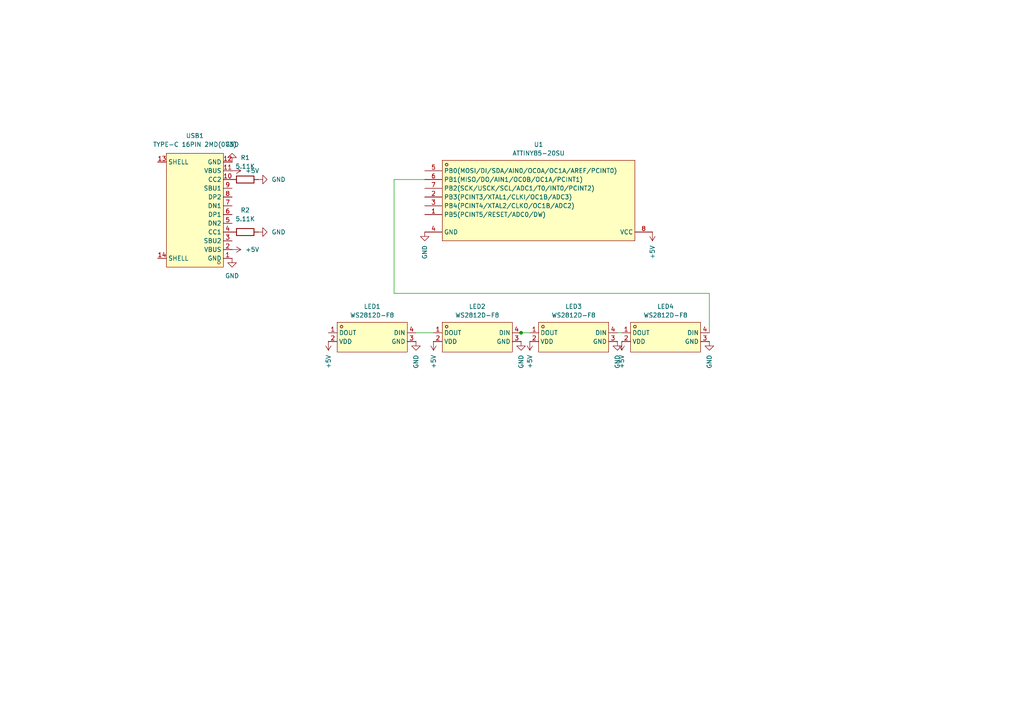
<source format=kicad_sch>
(kicad_sch (version 20231120) (generator "eeschema") (generator_version "8.0")
  (paper "A4")
  (lib_symbols
    (symbol "Device:R" (pin_numbers hide) (pin_names (offset 0))
      (property "Reference" "R" (at 2.032 0 90))
      (property "Value" "R" (at 0 0 90))
      (symbol "R_0_1"
        (rectangle (start -1.016 -2.54) (end 1.016 2.54) (stroke (width 0.254)))
      )
      (symbol "R_1_1"
        (pin passive line (at 0 3.81 270) (length 1.27) (name "~") (number "1"))
        (pin passive line (at 0 -3.81 90) (length 1.27) (name "~") (number "2"))
      )
    )
    (symbol "easyeda2kicad:ATTINY85-20SU"
      (property "Reference" "U" (at 0 8.89 0))
      (property "Value" "ATTINY85-20SU" (at 0 -19.05 0))
      (symbol "ATTINY85-20SU_0_1"
        (rectangle (start -7.62 6.86) (end 48.26 -16.51) (fill (type background)))
        (circle (center -6.35 5.59) (radius 0.38))
        (circle (center -6.35 5.59) (radius 0.38))
        (pin bidirectional line (at -12.7 -8.89 0) (length 5.08) (name "PB5(PCINT5/RESET/ADC0/DW)") (number "1"))
        (pin bidirectional line (at -12.7 -3.81 0) (length 5.08) (name "PB3(PCINT3/XTAL1/CLKI/OC1B/ADC3)") (number "2"))
        (pin bidirectional line (at -12.7 -6.35 0) (length 5.08) (name "PB4(PCINT4/XTAL2/CLKO/OC1B/ADC2)") (number "3"))
        (pin power_in line (at -12.7 -13.97 0) (length 5.08) (name "GND") (number "4"))
        (pin bidirectional line (at -12.7 3.81 0) (length 5.08) (name "PB0(MOSI/DI/SDA/AIN0/OC0A/OC1A/AREF/PCINT0)") (number "5"))
        (pin bidirectional line (at -12.7 1.27 0) (length 5.08) (name "PB1(MISO/DO/AIN1/OC0B/OC1A/PCINT1)") (number "6"))
        (pin bidirectional line (at -12.7 -1.27 0) (length 5.08) (name "PB2(SCK/USCK/SCL/ADC1/T0/INT0/PCINT2)") (number "7"))
        (pin power_in line (at 53.34 -13.97 180) (length 5.08) (name "VCC") (number "8"))
      )
    )
    (symbol "easyeda2kicad:TYPE-C16PIN2MD(073)"
      (property "Reference" "USB" (at 0 19.05 0))
      (property "Value" "TYPE-C 16PIN 2MD(073)" (at 0 -19.05 0))
      (symbol "TYPE-C16PIN2MD(073)_0_1"
        (rectangle (start -8.89 16.51) (end 7.62 -16.51) (fill (type background)))
        (circle (center -7.62 15.24) (radius 0.38))
        (pin unspecified line (at -11.43 13.97 0) (length 2.54) (name "GND") (number "1"))
        (pin unspecified line (at -11.43 -8.89 0) (length 2.54) (name "CC2") (number "10"))
        (pin unspecified line (at -11.43 -11.43 0) (length 2.54) (name "VBUS") (number "11"))
        (pin unspecified line (at -11.43 -13.97 0) (length 2.54) (name "GND") (number "12"))
        (pin unspecified line (at 10.16 -13.97 180) (length 2.54) (name "SHELL") (number "13"))
        (pin unspecified line (at 10.16 13.97 180) (length 2.54) (name "SHELL") (number "14"))
        (pin unspecified line (at -11.43 11.43 0) (length 2.54) (name "VBUS") (number "2"))
        (pin unspecified line (at -11.43 8.89 0) (length 2.54) (name "SBU2") (number "3"))
        (pin unspecified line (at -11.43 6.35 0) (length 2.54) (name "CC1") (number "4"))
        (pin unspecified line (at -11.43 3.81 0) (length 2.54) (name "DN2") (number "5"))
        (pin unspecified line (at -11.43 1.27 0) (length 2.54) (name "DP1") (number "6"))
        (pin unspecified line (at -11.43 -1.27 0) (length 2.54) (name "DN1") (number "7"))
        (pin unspecified line (at -11.43 -3.81 0) (length 2.54) (name "DP2") (number "8"))
        (pin unspecified line (at -11.43 -6.35 0) (length 2.54) (name "SBU1") (number "9"))
      )
    )
    (symbol "easyeda2kicad:WS2812D-F8"
      (property "Reference" "LED" (at 0 6.35 0))
      (property "Value" "WS2812D-F8" (at 0 -6.35 0))
      (symbol "WS2812D-F8_0_1"
        (rectangle (start -10.16 4.32) (end 10.16 -4.32) (fill (type background)))
        (circle (center -8.89 3.05) (radius 0.38))
        (circle (center -8.89 3.05) (radius 0.38))
        (pin unspecified line (at -12.7 1.27 0) (length 2.54) (name "DOUT") (number "1"))
        (pin unspecified line (at -12.7 -1.27 0) (length 2.54) (name "VDD") (number "2"))
        (pin unspecified line (at 12.7 -1.27 180) (length 2.54) (name "GND") (number "3"))
        (pin unspecified line (at 12.7 1.27 180) (length 2.54) (name "DIN") (number "4"))
      )
    )
    (symbol "power:+5V" (power) (pin_numbers hide) (pin_names (offset 0) hide)
      (property "Value" "+5V" (at 0 3.556 0))
      (symbol "+5V_0_1"
        (polyline (pts (xy -0.762 1.27) (xy 0 2.54)))
        (polyline (pts (xy 0 0) (xy 0 2.54)))
        (polyline (pts (xy 0 2.54) (xy 0.762 1.27)))
      )
      (symbol "+5V_1_1"
        (pin power_in line (at 0 0 90) (length 0) (name "~") (number "1"))
      )
    )
    (symbol "power:GND" (power) (pin_numbers hide) (pin_names (offset 0) hide)
      (property "Value" "GND" (at 0 -3.81 0))
      (symbol "GND_0_1"
        (polyline (pts (xy 0 0) (xy 0 -1.27) (xy 1.27 -1.27) (xy 0 -2.54) (xy -1.27 -1.27) (xy 0 -1.27)))
      )
      (symbol "GND_1_1"
        (pin power_in line (at 0 0 270) (length 0) (name "~") (number "1"))
      )
    )
  )
  (junction (at 151.13 96.52))
  (wire (pts (xy 179.07 96.52) (xy 180.34 96.52)))
  (wire (pts (xy 120.65 96.52) (xy 125.73 96.52)))
  (wire (pts (xy 123.19 52.07) (xy 114.3 52.07)))
  (wire (pts (xy 114.3 52.07) (xy 114.3 85.09)))
  (wire (pts (xy 205.74 85.09) (xy 205.74 96.52)))
  (wire (pts (xy 114.3 85.09) (xy 205.74 85.09)))
  (wire (pts (xy 149.86 96.52) (xy 151.13 96.52)))
  (wire (pts (xy 151.13 96.52) (xy 153.67 96.52)))
  (symbol (lib_id "power:GND") (at 123.19 67.31 0) (unit 1)
    (property "Reference" "#PWR08" (effects (hide yes)))
    (property "Value" "GND" (at 123.1901 71.12 90) (effects (justify right)))
    (property "Description" "Power symbol creates a global label with name \"GND\" , ground" (effects (hide yes)))
  )
  (symbol (lib_id "power:GND") (at 151.13 99.06 0) (unit 1)
    (property "Reference" "#PWR010" (effects (hide yes)))
    (property "Value" "GND" (at 151.1301 102.87 90) (effects (justify right)))
    (property "Description" "Power symbol creates a global label with name \"GND\" , ground" (effects (hide yes)))
  )
  (symbol (lib_id "Device:R") (at 71.12 52.07 90) (unit 1)
    (property "Reference" "R1" (at 71.12 45.72 90))
    (property "Value" "5.11K" (at 71.12 48.26 90))
    (property "Footprint" "Resistor_SMD:R_0603_1608Metric" (effects (hide yes)))
    (property "Description" "Resistor" (effects (hide yes)))
    (property "LCSC" "C112314" (effects (hide yes)))
  )
  (symbol (lib_id "power:+5V") (at 95.25 99.06 180) (unit 1)
    (property "Reference" "#PWR016" (effects (hide yes)))
    (property "Value" "+5V" (at 95.2501 102.87 90) (effects (justify left)))
    (property "Description" "Power symbol creates a global label with name \"+5V\"" (effects (hide yes)))
  )
  (symbol (lib_id "Device:R") (at 71.12 67.31 90) (unit 1)
    (property "Reference" "R2" (at 71.12 60.96 90))
    (property "Value" "5.11K" (at 71.12 63.5 90))
    (property "Footprint" "Resistor_SMD:R_0603_1608Metric" (effects (hide yes)))
    (property "Description" "Resistor" (effects (hide yes)))
    (property "LCSC" "C112314" (effects (hide yes)))
  )
  (symbol (lib_id "power:GND") (at 179.07 99.06 0) (unit 1)
    (property "Reference" "#PWR011" (effects (hide yes)))
    (property "Value" "GND" (at 179.0701 102.87 90) (effects (justify right)))
    (property "Description" "Power symbol creates a global label with name \"GND\" , ground" (effects (hide yes)))
  )
  (symbol (lib_id "easyeda2kicad:WS2812D-F8") (at 166.37 97.79 0) (unit 1)
    (property "Reference" "LED3" (at 166.37 88.9 0))
    (property "Value" "WS2812D-F8" (at 166.37 91.44 0))
    (property "Footprint" "easyeda2kicad:LED-TH_WS2812D-F8" (effects (hide yes)))
    (property "Datasheet" "https://lcsc.com/product-detail/Light-Emitting-Diodes-LED_WS2812D-F8_C139126.html" (effects (hide yes)))
    (property "LCSC Part" "C139126" (effects (hide yes)))
  )
  (symbol (lib_id "power:GND") (at 67.31 74.93 0) (unit 1)
    (property "Reference" "#PWR04" (effects (hide yes)))
    (property "Value" "GND" (at 67.31 80.01 0))
    (property "Description" "Power symbol creates a global label with name \"GND\" , ground" (effects (hide yes)))
  )
  (symbol (lib_id "power:+5V") (at 125.73 99.06 180) (unit 1)
    (property "Reference" "#PWR015" (effects (hide yes)))
    (property "Value" "+5V" (at 125.7301 102.87 90) (effects (justify left)))
    (property "Description" "Power symbol creates a global label with name \"+5V\"" (effects (hide yes)))
  )
  (symbol (lib_id "easyeda2kicad:WS2812D-F8") (at 107.95 97.79 0) (unit 1)
    (property "Reference" "LED1" (at 107.95 88.9 0))
    (property "Value" "WS2812D-F8" (at 107.95 91.44 0))
    (property "Footprint" "easyeda2kicad:LED-TH_WS2812D-F8" (effects (hide yes)))
    (property "Datasheet" "https://lcsc.com/product-detail/Light-Emitting-Diodes-LED_WS2812D-F8_C139126.html" (effects (hide yes)))
    (property "LCSC Part" "C139126" (effects (hide yes)))
  )
  (symbol (lib_id "power:+5V") (at 67.31 49.53 270) (unit 1)
    (property "Reference" "#PWR02" (effects (hide yes)))
    (property "Value" "+5V" (at 71.12 49.5299 90) (effects (justify left)))
    (property "Description" "Power symbol creates a global label with name \"+5V\"" (effects (hide yes)))
  )
  (symbol (lib_id "power:GND") (at 120.65 99.06 0) (unit 1)
    (property "Reference" "#PWR09" (effects (hide yes)))
    (property "Value" "GND" (at 120.6501 102.87 90) (effects (justify right)))
    (property "Description" "Power symbol creates a global label with name \"GND\" , ground" (effects (hide yes)))
  )
  (symbol (lib_id "easyeda2kicad:ATTINY85-20SU") (at 135.89 53.34 0) (unit 1)
    (property "Reference" "U1" (at 156.21 41.91 0))
    (property "Value" "ATTINY85-20SU" (at 156.21 44.45 0))
    (property "Footprint" "easyeda2kicad:SOIC-8_L5.3-W5.3-P1.27-LS8.0-BL" (effects (hide yes)))
    (property "Datasheet" "https://lcsc.com/product-detail/FLASH_ATMEL_ATTINY85-20SU_ATTINY85-20SU_C89852.html" (effects (hide yes)))
    (property "LCSC Part" "C89852" (effects (hide yes)))
  )
  (symbol (lib_id "power:GND") (at 74.93 67.31 90) (unit 1)
    (property "Reference" "#PWR06" (effects (hide yes)))
    (property "Value" "GND" (at 78.74 67.3099 90) (effects (justify right)))
    (property "Description" "Power symbol creates a global label with name \"GND\" , ground" (effects (hide yes)))
  )
  (symbol (lib_id "power:+5V") (at 180.34 99.06 180) (unit 1)
    (property "Reference" "#PWR013" (effects (hide yes)))
    (property "Value" "+5V" (at 180.3401 102.87 90) (effects (justify left)))
    (property "Description" "Power symbol creates a global label with name \"+5V\"" (effects (hide yes)))
  )
  (symbol (lib_id "easyeda2kicad:WS2812D-F8") (at 193.04 97.79 0) (unit 1)
    (property "Reference" "LED4" (at 193.04 88.9 0))
    (property "Value" "WS2812D-F8" (at 193.04 91.44 0))
    (property "Footprint" "easyeda2kicad:LED-TH_WS2812D-F8" (effects (hide yes)))
    (property "Datasheet" "https://lcsc.com/product-detail/Light-Emitting-Diodes-LED_WS2812D-F8_C139126.html" (effects (hide yes)))
    (property "LCSC Part" "C139126" (effects (hide yes)))
  )
  (symbol (lib_id "power:GND") (at 67.31 46.99 180) (unit 1)
    (property "Reference" "#PWR01" (effects (hide yes)))
    (property "Value" "GND" (at 67.31 41.91 0))
    (property "Description" "Power symbol creates a global label with name \"GND\" , ground" (effects (hide yes)))
  )
  (symbol (lib_id "power:+5V") (at 189.23 67.31 180) (unit 1)
    (property "Reference" "#PWR07" (effects (hide yes)))
    (property "Value" "+5V" (at 189.2301 71.12 90) (effects (justify left)))
    (property "Description" "Power symbol creates a global label with name \"+5V\"" (effects (hide yes)))
  )
  (symbol (lib_id "easyeda2kicad:WS2812D-F8") (at 138.43 97.79 0) (unit 1)
    (property "Reference" "LED2" (at 138.43 88.9 0))
    (property "Value" "WS2812D-F8" (at 138.43 91.44 0))
    (property "Footprint" "easyeda2kicad:LED-TH_WS2812D-F8" (effects (hide yes)))
    (property "Datasheet" "https://lcsc.com/product-detail/Light-Emitting-Diodes-LED_WS2812D-F8_C139126.html" (effects (hide yes)))
    (property "LCSC Part" "C139126" (effects (hide yes)))
  )
  (symbol (lib_id "easyeda2kicad:TYPE-C16PIN2MD(073)") (at 55.88 60.96 180) (unit 1)
    (property "Reference" "USB1" (at 56.515 39.37 0))
    (property "Value" "TYPE-C 16PIN 2MD(073)" (at 56.515 41.91 0))
    (property "Footprint" "easyeda2kicad:USB-C-SMD_TYPE-C-6PIN-2MD-073" (effects (hide yes)))
    (property "LCSC Part" "C2765186" (effects (hide yes)))
  )
  (symbol (lib_id "power:GND") (at 205.74 99.06 0) (unit 1)
    (property "Reference" "#PWR012" (effects (hide yes)))
    (property "Value" "GND" (at 205.7401 102.87 90) (effects (justify right)))
    (property "Description" "Power symbol creates a global label with name \"GND\" , ground" (effects (hide yes)))
  )
  (symbol (lib_id "power:GND") (at 74.93 52.07 90) (unit 1)
    (property "Reference" "#PWR05" (effects (hide yes)))
    (property "Value" "GND" (at 78.74 52.0699 90) (effects (justify right)))
    (property "Description" "Power symbol creates a global label with name \"GND\" , ground" (effects (hide yes)))
  )
  (symbol (lib_id "power:+5V") (at 67.31 72.39 270) (unit 1)
    (property "Reference" "#PWR03" (effects (hide yes)))
    (property "Value" "+5V" (at 71.12 72.3899 90) (effects (justify left)))
    (property "Description" "Power symbol creates a global label with name \"+5V\"" (effects (hide yes)))
  )
  (symbol (lib_id "power:+5V") (at 153.67 99.06 180) (unit 1)
    (property "Reference" "#PWR014" (effects (hide yes)))
    (property "Value" "+5V" (at 153.6701 102.87 90) (effects (justify left)))
    (property "Description" "Power symbol creates a global label with name \"+5V\"" (effects (hide yes)))
  )
)
</source>
